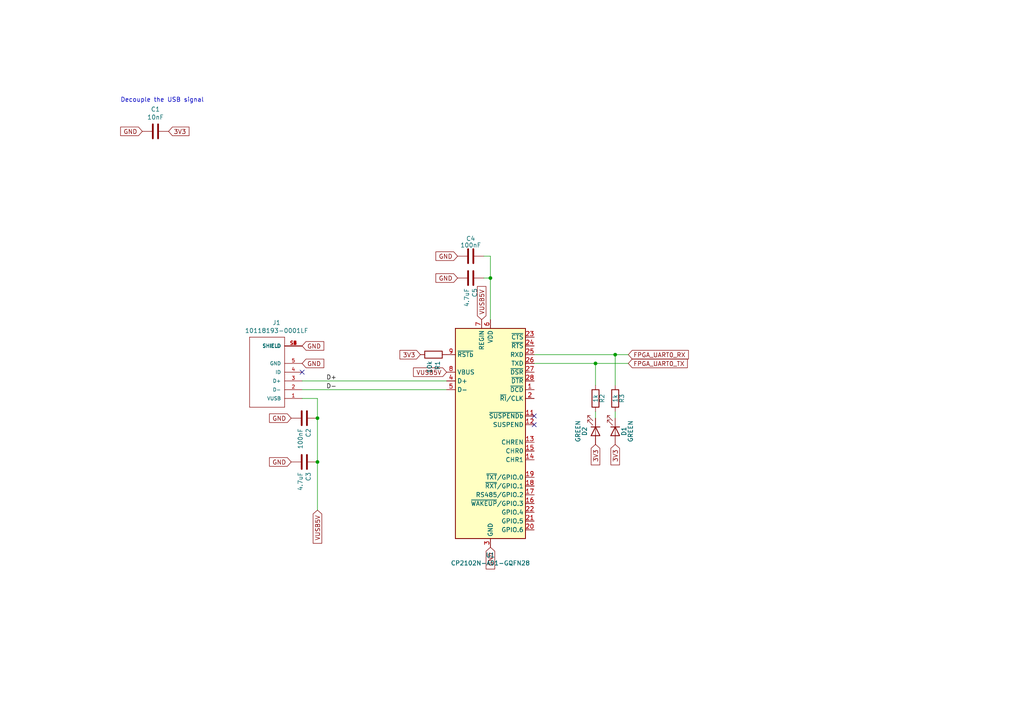
<source format=kicad_sch>
(kicad_sch (version 20230121) (generator eeschema)
  (paper "A4")
  (title_block (rev "0.1") (company "deFEEST"))
  (lib_symbols
    (symbol "Device:C" (pin_numbers hide) (pin_names (offset 0.254))
      (property "Reference" "C" (at 0.635 2.54 0))
      (property "Value" "C" (at 0.635 -2.54 0))
      (symbol "C_0_1"
        (polyline (pts (xy -2.032 -0.762) (xy 2.032 -0.762)) (stroke (width 0.508)))
        (polyline (pts (xy -2.032 0.762) (xy 2.032 0.762)) (stroke (width 0.508)))
      )
      (symbol "C_1_1"
        (pin passive line (at 0 3.81 270) (length 2.794) (name "~") (number "1"))
        (pin passive line (at 0 -3.81 90) (length 2.794) (name "~") (number "2"))
      )
    )
    (symbol "Device:LED" (pin_numbers hide) (pin_names (offset 1.016) hide)
      (property "Reference" "D" (at 0 2.54 0))
      (property "Value" "LED" (at 0 -2.54 0))
      (symbol "LED_0_1"
        (polyline (pts (xy -1.27 -1.27) (xy -1.27 1.27)) (stroke (width 0.254)))
        (polyline (pts (xy -1.27 0) (xy 1.27 0)))
        (polyline (pts (xy 1.27 -1.27) (xy 1.27 1.27) (xy -1.27 0) (xy 1.27 -1.27)) (stroke (width 0.254)))
        (polyline (pts (xy -3.048 -0.762) (xy -4.572 -2.286) (xy -3.81 -2.286) (xy -4.572 -2.286) (xy -4.572 -1.524)))
        (polyline (pts (xy -1.778 -0.762) (xy -3.302 -2.286) (xy -2.54 -2.286) (xy -3.302 -2.286) (xy -3.302 -1.524)))
      )
      (symbol "LED_1_1"
        (pin passive line (at -3.81 0 0) (length 2.54) (name "K") (number "1"))
        (pin passive line (at 3.81 0 180) (length 2.54) (name "A") (number "2"))
      )
    )
    (symbol "Device:R" (pin_numbers hide) (pin_names (offset 0))
      (property "Reference" "R" (at 2.032 0 90))
      (property "Value" "R" (at 0 0 90))
      (symbol "R_0_1"
        (rectangle (start -1.016 -2.54) (end 1.016 2.54) (stroke (width 0.254)))
      )
      (symbol "R_1_1"
        (pin passive line (at 0 3.81 270) (length 1.27) (name "~") (number "1"))
        (pin passive line (at 0 -3.81 90) (length 1.27) (name "~") (number "2"))
      )
    )
    (symbol "Interface_USB:CP2102N-A01-GQFN28"
      (property "Reference" "U" (at -7.62 31.75 0))
      (property "Value" "Interface_USB_CP2102N-A01-GQFN28" (at 26.67 31.75 0))
      (symbol "CP2102N-A01-GQFN28_0_1"
        (rectangle (start -10.16 30.48) (end 10.16 -30.48) (stroke (width 0.254)) (fill (type background)))
      )
      (symbol "CP2102N-A01-GQFN28_1_1"
        (pin input line (at 12.7 12.7 180) (length 2.54) (name "~{DCD}") (number "1"))
        (pin no_connect line (at -10.16 -10.16 0) (length 2.54) hide (name "NC") (number "10"))
        (pin output line (at 12.7 5.08 180) (length 2.54) (name "~{SUSPENDb}") (number "11"))
        (pin output line (at 12.7 2.54 180) (length 2.54) (name "SUSPEND") (number "12"))
        (pin output line (at 12.7 -2.54 180) (length 2.54) (name "CHREN") (number "13"))
        (pin output line (at 12.7 -7.62 180) (length 2.54) (name "CHR1") (number "14"))
        (pin output line (at 12.7 -5.08 180) (length 2.54) (name "CHR0") (number "15"))
        (pin bidirectional line (at 12.7 -20.32 180) (length 2.54) (name "~{WAKEUP}/GPIO.3") (number "16"))
        (pin bidirectional line (at 12.7 -17.78 180) (length 2.54) (name "RS485/GPIO.2") (number "17"))
        (pin bidirectional line (at 12.7 -15.24 180) (length 2.54) (name "~{RXT}/GPIO.1") (number "18"))
        (pin bidirectional line (at 12.7 -12.7 180) (length 2.54) (name "~{TXT}/GPIO.0") (number "19"))
        (pin bidirectional line (at 12.7 10.16 180) (length 2.54) (name "~{RI}/CLK") (number "2"))
        (pin bidirectional line (at 12.7 -27.94 180) (length 2.54) (name "GPIO.6") (number "20"))
        (pin bidirectional line (at 12.7 -25.4 180) (length 2.54) (name "GPIO.5") (number "21"))
        (pin bidirectional line (at 12.7 -22.86 180) (length 2.54) (name "GPIO.4") (number "22"))
        (pin input line (at 12.7 27.94 180) (length 2.54) (name "~{CTS}") (number "23"))
        (pin output line (at 12.7 25.4 180) (length 2.54) (name "~{RTS}") (number "24"))
        (pin input line (at 12.7 22.86 180) (length 2.54) (name "RXD") (number "25"))
        (pin output line (at 12.7 20.32 180) (length 2.54) (name "TXD") (number "26"))
        (pin input line (at 12.7 17.78 180) (length 2.54) (name "~{DSR}") (number "27"))
        (pin output line (at 12.7 15.24 180) (length 2.54) (name "~{DTR}") (number "28"))
        (pin passive line (at 0 -33.02 90) (length 2.54) hide (name "GND") (number "29"))
        (pin power_in line (at 0 -33.02 90) (length 2.54) (name "GND") (number "3"))
        (pin bidirectional line (at -12.7 15.24 0) (length 2.54) (name "D+") (number "4"))
        (pin bidirectional line (at -12.7 12.7 0) (length 2.54) (name "D-") (number "5"))
        (pin passive line (at 0 33.02 270) (length 2.54) (name "VDD") (number "6"))
        (pin power_in line (at -2.54 33.02 270) (length 2.54) (name "REGIN") (number "7"))
        (pin input line (at -12.7 17.78 0) (length 2.54) (name "VBUS") (number "8"))
        (pin input line (at -12.7 22.86 0) (length 2.54) (name "~{RSTb}") (number "9"))
      )
    )
    (symbol "qmtech-minimig-rescue:10118193-0001LF-10118193-0001LF" (pin_names (offset 1.016))
      (property "Reference" "J" (at -5.08 10.922 0))
      (property "Value" "10118193-0001LF-10118193-0001LF" (at -5.08 -12.7 0))
      (symbol "10118193-0001LF-10118193-0001LF_0_0"
        (polyline (pts (xy -5.08 -10.16) (xy -5.08 10.16)) (stroke (width 0.1524)))
        (polyline (pts (xy -5.08 10.16) (xy 5.08 10.16)) (stroke (width 0.1524)))
        (polyline (pts (xy 5.08 -10.16) (xy -5.08 -10.16)) (stroke (width 0.1524)))
        (polyline (pts (xy 5.08 10.16) (xy 5.08 -10.16)) (stroke (width 0.1524)))
        (pin passive line (at -10.16 7.62 0) (length 5.08) (name "VUSB") (number "1"))
        (pin passive line (at -10.16 5.08 0) (length 5.08) (name "D-") (number "2"))
        (pin passive line (at -10.16 2.54 0) (length 5.08) (name "D+") (number "3"))
        (pin passive line (at -10.16 0 0) (length 5.08) (name "ID") (number "4"))
        (pin passive line (at -10.16 -2.54 0) (length 5.08) (name "GND") (number "5"))
        (pin passive line (at -10.16 -7.62 0) (length 5.08) (name "SHIELD") (number "S1"))
        (pin passive line (at -10.16 -7.62 0) (length 5.08) (name "SHIELD") (number "S2"))
        (pin passive line (at -10.16 -7.62 0) (length 5.08) (name "SHIELD") (number "S3"))
        (pin passive line (at -10.16 -7.62 0) (length 5.08) (name "SHIELD") (number "S4"))
        (pin passive line (at -10.16 -7.62 0) (length 5.08) (name "SHIELD") (number "S5"))
        (pin passive line (at -10.16 -7.62 0) (length 5.08) (name "SHIELD") (number "S6"))
      )
    )
  )
  (junction (at 142.24 80.645))
  (junction (at 92.075 133.985))
  (junction (at 178.435 102.87))
  (junction (at 92.075 121.285))
  (junction (at 172.72 105.41))
  (no_connect (at 87.63 107.95))
  (no_connect (at 154.94 120.65))
  (no_connect (at 154.94 123.19))
  (wire (pts (xy 92.075 115.57) (xy 92.075 121.285)))
  (wire (pts (xy 172.72 105.41) (xy 154.94 105.41)))
  (wire (pts (xy 92.075 133.985) (xy 92.075 147.955)))
  (wire (pts (xy 178.435 102.87) (xy 154.94 102.87)))
  (wire (pts (xy 178.435 121.285) (xy 178.435 119.38)))
  (wire (pts (xy 142.24 74.295) (xy 142.24 80.645)))
  (wire (pts (xy 92.075 133.985) (xy 92.075 121.285)))
  (wire (pts (xy 140.335 74.295) (xy 142.24 74.295)))
  (wire (pts (xy 182.245 105.41) (xy 172.72 105.41)))
  (wire (pts (xy 172.72 111.76) (xy 172.72 105.41)))
  (wire (pts (xy 92.075 115.57) (xy 87.63 115.57)))
  (wire (pts (xy 178.435 111.76) (xy 178.435 102.87)))
  (wire (pts (xy 172.72 121.285) (xy 172.72 119.38)))
  (wire (pts (xy 87.63 110.49) (xy 129.54 110.49)))
  (wire (pts (xy 142.24 80.645) (xy 140.335 80.645)))
  (wire (pts (xy 142.24 92.71) (xy 142.24 80.645)))
  (wire (pts (xy 182.245 102.87) (xy 178.435 102.87)))
  (wire (pts (xy 87.63 113.03) (xy 129.54 113.03)))
  (text "Decouple the USB signal" (at 34.925 29.845 0) (effects (font (size 1.27 1.27)) (justify left bottom)))
  (label "D-" (at 94.615 113.03 0))
  (label "D+" (at 94.615 110.49 0))
  (global_label "3V3" (shape input) (at 178.435 128.905 270) (property "Intersheetrefs" "${INTERSHEET_REFS}" (effects hide)))
  (global_label "GND" (shape input) (at 132.715 80.645 180) (property "Intersheetrefs" "${INTERSHEET_REFS}" (effects hide)))
  (global_label "FPGA_UART0_RX" (shape input) (at 182.245 102.87 0) (property "Intersheetrefs" "${INTERSHEET_REFS}" (effects hide)))
  (global_label "GND" (shape input) (at 41.275 38.1 180) (property "Intersheetrefs" "${INTERSHEET_REFS}" (effects hide)))
  (global_label "GND" (shape input) (at 84.455 133.985 180) (property "Intersheetrefs" "${INTERSHEET_REFS}" (effects hide)))
  (global_label "GND" (shape input) (at 84.455 121.285 180) (property "Intersheetrefs" "${INTERSHEET_REFS}" (effects hide)))
  (global_label "GND" (shape input) (at 87.63 100.33 0) (property "Intersheetrefs" "${INTERSHEET_REFS}" (effects hide)))
  (global_label "GND" (shape input) (at 87.63 105.41 0) (property "Intersheetrefs" "${INTERSHEET_REFS}" (effects hide)))
  (global_label "3V3" (shape input) (at 172.72 128.905 270) (property "Intersheetrefs" "${INTERSHEET_REFS}" (effects hide)))
  (global_label "3V3" (shape input) (at 48.895 38.1 0) (property "Intersheetrefs" "${INTERSHEET_REFS}" (effects hide)))
  (global_label "3V3" (shape input) (at 121.92 102.87 180) (property "Intersheetrefs" "${INTERSHEET_REFS}" (effects hide)))
  (global_label "FPGA_UART0_TX" (shape input) (at 182.245 105.41 0) (property "Intersheetrefs" "${INTERSHEET_REFS}" (effects hide)))
  (global_label "VUSB5V" (shape input) (at 92.075 147.955 270) (property "Intersheetrefs" "${INTERSHEET_REFS}" (effects hide)))
  (global_label "GND" (shape input) (at 132.715 74.295 180) (property "Intersheetrefs" "${INTERSHEET_REFS}" (effects hide)))
  (global_label "VUSB5V" (shape input) (at 129.54 107.95 180) (property "Intersheetrefs" "${INTERSHEET_REFS}" (effects hide)))
  (global_label "VUSB5V" (shape input) (at 139.7 92.71 90) (property "Intersheetrefs" "${INTERSHEET_REFS}" (effects hide)))
  (global_label "GND" (shape input) (at 142.24 158.75 270) (property "Intersheetrefs" "${INTERSHEET_REFS}" (effects hide)))
  (symbol (lib_id "qmtech-minimig-rescue:10118193-0001LF-10118193-0001LF") (at 77.47 107.95 180) (unit 1)
    (property "Reference" "J1" (at 80.2132 93.599 0))
    (property "Value" "10118193-0001LF" (at 80.2132 95.9104 0))
    (property "Footprint" "FCI_10118193-0001LF" (effects hide))
    (property "Datasheet" "None" (effects hide))
    (property "Field4" "Amphenol ICC" (effects hide))
    (property "Field5" "Single Port 5 Contact Shielded SMT MICRO USB B-Type Receptacle" (effects hide))
    (property "Field6" "None" (effects hide))
    (property "Field7" "Unavailable" (effects hide))
    (property "Field8" "10118193-0001LF" (effects hide))
  )
  (symbol (lib_id "Device:C") (at 136.525 74.295 90) (unit 1)
    (property "Reference" "C4" (at 136.525 69.215 90))
    (property "Value" "100nF" (at 136.525 71.12 90))
    (property "Footprint" "Capacitor_SMD:C_0603_1608Metric" (effects hide))
  )
  (symbol (lib_id "Device:C") (at 88.265 121.285 270) (unit 1)
    (property "Reference" "C2" (at 89.4334 124.206 0) (effects (justify left)))
    (property "Value" "100nF" (at 87.122 124.206 0) (effects (justify left)))
    (property "Footprint" "Capacitor_SMD:C_0603_1608Metric" (effects hide))
  )
  (symbol (lib_id "Device:C") (at 88.265 133.985 270) (unit 1)
    (property "Reference" "C3" (at 89.4334 136.906 0) (effects (justify left)))
    (property "Value" "4.7uF" (at 87.122 136.906 0) (effects (justify left)))
    (property "Footprint" "Capacitor_SMD:C_0805_2012Metric" (effects hide))
  )
  (symbol (lib_id "Device:R") (at 125.73 102.87 270) (unit 1)
    (property "Reference" "R1" (at 126.8984 104.648 0) (effects (justify left)))
    (property "Value" "10k" (at 124.587 104.648 0) (effects (justify left)))
    (property "Footprint" "Resistor_SMD:R_0603_1608Metric" (effects hide))
  )
  (symbol (lib_id "Device:C") (at 45.085 38.1 270) (unit 1)
    (property "Reference" "C1" (at 45.085 31.6992 90))
    (property "Value" "10nF" (at 45.085 34.0106 90))
    (property "Footprint" "Capacitor_SMD:C_0603_1608Metric" (effects hide))
  )
  (symbol (lib_id "Device:C") (at 136.525 80.645 270) (unit 1)
    (property "Reference" "C5" (at 137.6934 83.566 0) (effects (justify left)))
    (property "Value" "4.7uF" (at 135.382 83.566 0) (effects (justify left)))
    (property "Footprint" "Capacitor_SMD:C_0805_2012Metric" (effects hide))
  )
  (symbol (lib_id "Device:R") (at 178.435 115.57 180) (unit 1)
    (property "Reference" "R3" (at 180.34 115.57 90))
    (property "Value" "1k" (at 178.435 115.57 90))
    (property "Footprint" "Resistor_SMD:R_0603_1608Metric" (effects hide))
  )
  (symbol (lib_id "Device:R") (at 172.72 115.57 180) (unit 1)
    (property "Reference" "R2" (at 174.625 115.57 90))
    (property "Value" "1k" (at 172.72 115.57 90))
    (property "Footprint" "Resistor_SMD:R_0603_1608Metric" (effects hide))
  )
  (symbol (lib_id "Device:LED") (at 178.435 125.095 270) (unit 1)
    (property "Reference" "D2" (at 169.545 125.095 0))
    (property "Value" "GREEN" (at 167.64 125.095 0))
    (property "Footprint" "LED_SMD:LED_0603_1608Metric" (effects hide))
  )
  (symbol (lib_id "Device:LED") (at 172.72 125.095 270) (unit 1)
    (property "Reference" "D1" (at 180.975 125.095 0))
    (property "Value" "GREEN" (at 182.88 125.095 0))
    (property "Footprint" "LED_SMD:LED_0603_1608Metric" (effects hide))
  )
  (symbol (lib_id "Interface_USB:CP2102N-A01-GQFN28") (at 142.24 125.73 0) (unit 1)
    (property "Reference" "U1" (at 142.24 161.0106 0))
    (property "Value" "CP2102N-A01-GQFN28" (at 142.24 163.322 0))
    (property "Footprint" "Package_DFN_QFN:QFN-28-1EP_5x5mm_P0.5mm_EP3.35x3.35mm" (effects hide))
    (property "Datasheet" "https://www.silabs.com/documents/public/data-sheets/cp2102n-datasheet.pdf" (effects hide))
  )
)
</source>
